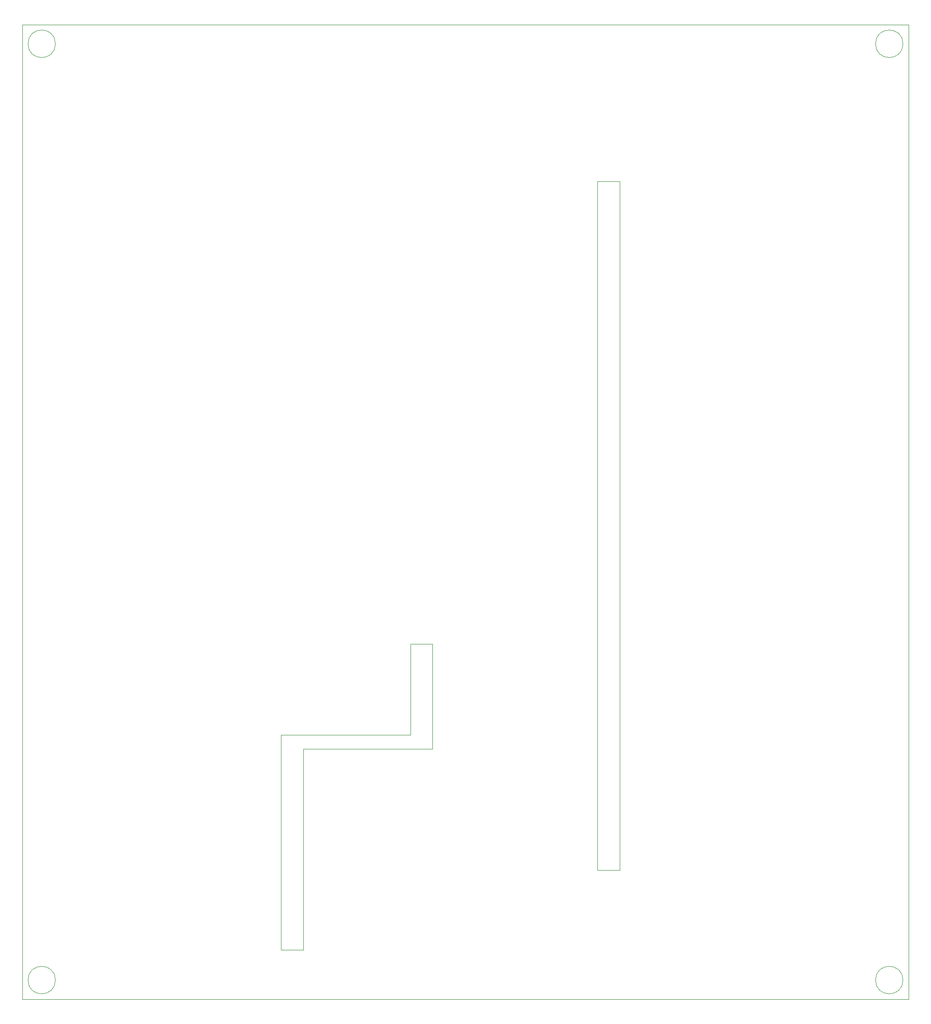
<source format=gbr>
G04 #@! TF.GenerationSoftware,KiCad,Pcbnew,(5.1.4)-1*
G04 #@! TF.CreationDate,2021-06-13T20:18:54-03:00*
G04 #@! TF.ProjectId,_autosave-PLC_Pic18f4550,5f617574-6f73-4617-9665-2d504c435f50,rev?*
G04 #@! TF.SameCoordinates,Original*
G04 #@! TF.FileFunction,Profile,NP*
%FSLAX46Y46*%
G04 Gerber Fmt 4.6, Leading zero omitted, Abs format (unit mm)*
G04 Created by KiCad (PCBNEW (5.1.4)-1) date 2021-06-13 20:18:54*
%MOMM*%
%LPD*%
G04 APERTURE LIST*
%ADD10C,0.050000*%
%ADD11C,0.100000*%
G04 APERTURE END LIST*
D10*
X218500000Y-20500000D02*
G75*
G03X218500000Y-20500000I-2500000J0D01*
G01*
X64500000Y-20500000D02*
G75*
G03X64500000Y-20500000I-2500000J0D01*
G01*
X64500000Y-190500000D02*
G75*
G03X64500000Y-190500000I-2500000J0D01*
G01*
X218500000Y-190500000D02*
G75*
G03X218500000Y-190500000I-2500000J0D01*
G01*
X163000000Y-45500000D02*
X167000000Y-45500000D01*
X105500000Y-185000000D02*
X109500000Y-185000000D01*
X167000000Y-170500000D02*
X163000000Y-170500000D01*
D11*
X219500000Y-194000000D02*
X58500000Y-194000000D01*
X219500000Y-17000000D02*
X219500000Y-194000000D01*
D10*
X105500000Y-146000000D02*
X105500000Y-185000000D01*
X129000000Y-146000000D02*
X105500000Y-146000000D01*
X129000000Y-129500000D02*
X129000000Y-146000000D01*
X133000000Y-129500000D02*
X129000000Y-129500000D01*
X133000000Y-148500000D02*
X133000000Y-129500000D01*
X109500000Y-148500000D02*
X133000000Y-148500000D01*
X109500000Y-185000000D02*
X109500000Y-148500000D01*
X163000000Y-170500000D02*
X163000000Y-45500000D01*
X167000000Y-45500000D02*
X167000000Y-170500000D01*
D11*
X58500000Y-194000000D02*
X58500000Y-17000000D01*
X58500000Y-17000000D02*
X219500000Y-17000000D01*
M02*

</source>
